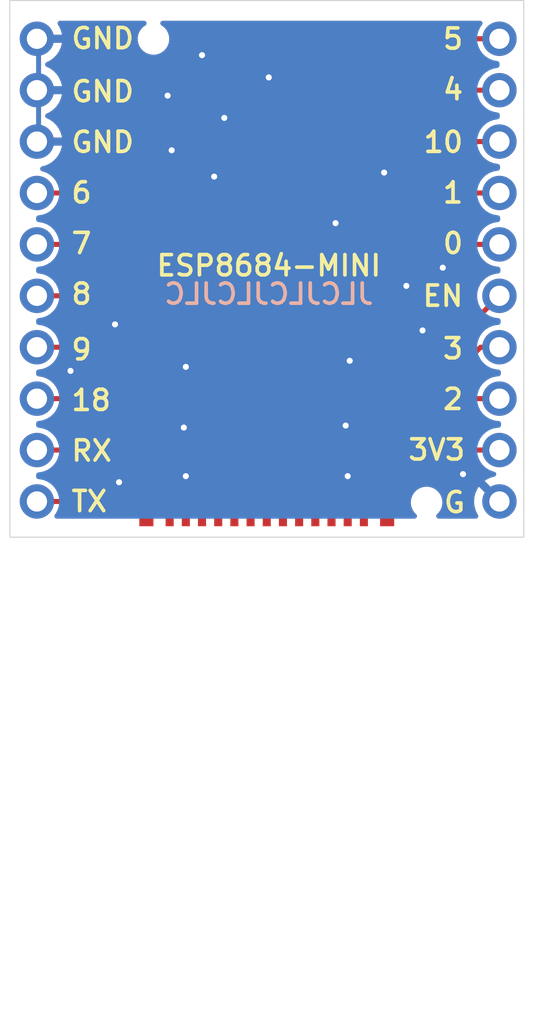
<source format=kicad_pcb>
(kicad_pcb (version 20240108) (generator "pcbnew") (generator_version "8.0")
  (layers (0 "F.Cu" signal) (31 "B.Cu" signal) (34 "B.Paste" user) (35 "F.Paste" user) (36 "B.SilkS" user "B.Silkscreen") (37 "F.SilkS" user "F.Silkscreen") (38 "B.Mask" user) (39 "F.Mask" user) (44 "Edge.Cuts" user))
  (net 0 "")
  (net 1 "GND")
  (net 17 "Net-(J1-Pin_8)")
  (net 18 "Net-(J1-Pin_3)")
  (net 19 "Net-(J1-Pin_4)")
  (net 20 "Net-(J1-Pin_5)")
  (net 21 "Net-(J1-Pin_10)")
  (net 22 "Net-(J1-Pin_2)")
  (net 23 "Net-(J1-Pin_6)")
  (net 24 "Net-(J1-Pin_9)")
  (net 25 "Net-(J1-Pin_7)")
  (net 26 "Net-(J2-Pin_5)")
  (net 27 "Net-(J2-Pin_7)")
  (net 28 "Net-(J2-Pin_1)")
  (net 29 "Net-(J2-Pin_3)")
  (net 30 "Net-(J2-Pin_2)")
  (net 31 "Net-(J2-Pin_6)")
  (net 32 "Net-(J2-Pin_4)")
  (footprint "Connector_PinHeader_2.54mm:PinHeader_1x10_P2.54mm_Vertical" (layer "F.Cu") (at 51.5 54.75 180)
    (property "Reference" "J1" (hide yes))
    (property "Value" "Conn_01x10" (hide yes))
    (pad "1" thru_hole circle (at 0 0 180) (size 1.7 1.7) (drill 1) (layers "*.Cu" "*.Mask") (net 1 "GND"))
    (pad "2" thru_hole oval (at 0 2.54 180) (size 1.7 1.7) (drill 1) (layers "*.Cu" "*.Mask") (net 22 "Net-(J1-Pin_2)"))
    (pad "3" thru_hole oval (at 0 5.079999 180) (size 1.7 1.7) (drill 1) (layers "*.Cu" "*.Mask") (net 18 "Net-(J1-Pin_3)"))
    (pad "4" thru_hole oval (at 0 7.62 180) (size 1.7 1.7) (drill 1) (layers "*.Cu" "*.Mask") (net 19 "Net-(J1-Pin_4)"))
    (pad "5" thru_hole oval (at 0 10.16 180) (size 1.7 1.7) (drill 1) (layers "*.Cu" "*.Mask") (net 20 "Net-(J1-Pin_5)"))
    (pad "6" thru_hole oval (at 0 12.7 180) (size 1.7 1.7) (drill 1) (layers "*.Cu" "*.Mask") (net 23 "Net-(J1-Pin_6)"))
    (pad "7" thru_hole oval (at 0 15.24 180) (size 1.7 1.7) (drill 1) (layers "*.Cu" "*.Mask") (net 25 "Net-(J1-Pin_7)"))
    (pad "8" thru_hole oval (at 0 17.780001 180) (size 1.7 1.7) (drill 1) (layers "*.Cu" "*.Mask") (net 17 "Net-(J1-Pin_8)"))
    (pad "9" thru_hole oval (at 0 20.32 180) (size 1.7 1.7) (drill 1) (layers "*.Cu" "*.Mask") (net 24 "Net-(J1-Pin_9)"))
    (pad "10" thru_hole oval (at 0 22.86 180) (size 1.7 1.7) (drill 1) (layers "*.Cu" "*.Mask") (net 21 "Net-(J1-Pin_10)"))
  )
  (footprint "" (layer "F.Cu") (at 34.4 31.9)
    (property "Reference" "" (at 0 0 0) (layer "F.SilkS") (effects (font (size 1.27 1.27))))
    (property "Value" "" (at 0 0 0) (layer "F.SilkS") (effects (font (size 1.27 1.27))))
    (pad "" np_thru_hole circle (at 0 0) (size 1.152 1.152) (drill 1.152) (layers "F&B.Cu" "*.Mask"))
  )
  (footprint "Connector_PinHeader_2.54mm:PinHeader_1x10_P2.54mm_Vertical" (layer "F.Cu") (at 28.64 54.75 180)
    (property "Reference" "J2" (hide yes))
    (property "Value" "Conn_01x10" (hide yes))
    (pad "1" thru_hole circle (at 0 0 180) (size 1.7 1.7) (drill 1) (layers "*.Cu" "*.Mask") (net 28 "Net-(J2-Pin_1)"))
    (pad "2" thru_hole oval (at 0 2.54 180) (size 1.7 1.7) (drill 1) (layers "*.Cu" "*.Mask") (net 30 "Net-(J2-Pin_2)"))
    (pad "3" thru_hole oval (at 0 5.079999 180) (size 1.7 1.7) (drill 1) (layers "*.Cu" "*.Mask") (net 29 "Net-(J2-Pin_3)"))
    (pad "4" thru_hole oval (at 0 7.62 180) (size 1.7 1.7) (drill 1) (layers "*.Cu" "*.Mask") (net 32 "Net-(J2-Pin_4)"))
    (pad "5" thru_hole oval (at 0 10.16 180) (size 1.7 1.7) (drill 1) (layers "*.Cu" "*.Mask") (net 26 "Net-(J2-Pin_5)"))
    (pad "6" thru_hole oval (at 0 12.7 180) (size 1.7 1.7) (drill 1) (layers "*.Cu" "*.Mask") (net 31 "Net-(J2-Pin_6)"))
    (pad "7" thru_hole oval (at 0 15.24 180) (size 1.7 1.7) (drill 1) (layers "*.Cu" "*.Mask") (net 27 "Net-(J2-Pin_7)"))
    (pad "8" thru_hole oval (at 0 17.780001 180) (size 1.7 1.7) (drill 1) (layers "*.Cu" "*.Mask") (net 1 "GND"))
    (pad "9" thru_hole oval (at 0 20.32 180) (size 1.7 1.7) (drill 1) (layers "*.Cu" "*.Mask") (net 1 "GND"))
    (pad "10" thru_hole oval (at 0 22.86 180) (size 1.7 1.7) (drill 1) (layers "*.Cu" "*.Mask") (net 1 "GND"))
  )
  (footprint "ILO_fp:Espressif_ESP32_mini" (layer "F.Cu") (at 40 50.675 180)
    (property "Reference" "U1" (hide yes))
    (property "Value" "~" (hide yes))
    (pad "0" smd rect (at -5.95 -4.95) (size 0.7 0.7) (layers "F.Cu" "F.Paste" "F.Mask") (net 1 "GND"))
    (pad "0" smd rect (at -5.95 4.95) (size 0.7 0.7) (layers "F.Cu" "F.Paste" "F.Mask") (net 1 "GND"))
    (pad "0" smd roundrect (at -1.975 -1.969999 180) (size 1.45 1.45) (layers "F.Cu" "F.Paste" "F.Mask") (roundrect_rratio 0) (chamfer_ratio 0.4137) (chamfer top_left) (net 1 "GND"))
    (pad "0" smd rect (at -1.975 0 180) (size 1.45 1.45) (layers "F.Cu" "F.Paste" "F.Mask") (net 1 "GND"))
    (pad "0" smd rect (at -1.975 1.969999 180) (size 1.45 1.45) (layers "F.Cu" "F.Paste" "F.Mask") (net 1 "GND"))
    (pad "0" smd rect (at 0 -1.975 270) (size 1.45 1.45) (layers "F.Cu" "F.Paste" "F.Mask") (net 1 "GND"))
    (pad "0" smd rect (at 0 0 90) (size 1.45 1.45) (layers "F.Cu" "F.Paste" "F.Mask") (net 1 "GND"))
    (pad "0" smd rect (at 0 1.975 270) (size 1.45 1.45) (layers "F.Cu" "F.Paste" "F.Mask") (net 1 "GND"))
    (pad "0" smd rect (at 1.975 -1.969999 180) (size 1.45 1.45) (layers "F.Cu" "F.Paste" "F.Mask") (net 1 "GND"))
    (pad "0" smd rect (at 1.975 0 180) (size 1.45 1.45) (layers "F.Cu" "F.Paste" "F.Mask") (net 1 "GND"))
    (pad "0" smd rect (at 1.975 1.969999 180) (size 1.45 1.45) (layers "F.Cu" "F.Paste" "F.Mask") (net 1 "GND"))
    (pad "0" smd rect (at 5.95 -4.95) (size 0.7 0.7) (layers "F.Cu" "F.Paste" "F.Mask") (net 1 "GND"))
    (pad "0" smd rect (at 5.95 4.95) (size 0.7 0.7) (layers "F.Cu" "F.Paste" "F.Mask") (net 1 "GND"))
    (pad "1" smd rect (at -5.9 -4 90) (size 0.4 0.8) (layers "F.Cu" "F.Paste" "F.Mask") (net 1 "GND"))
    (pad "2" smd rect (at -5.9 -3.2 90) (size 0.4 0.8) (layers "F.Cu" "F.Paste" "F.Mask") (net 1 "GND"))
    (pad "3" smd rect (at -5.9 -2.4 90) (size 0.4 0.8) (layers "F.Cu" "F.Paste" "F.Mask") (net 22 "Net-(J1-Pin_2)"))
    (pad "4" smd rect (at -5.9 -1.6 90) (size 0.4 0.8) (layers "F.Cu" "F.Paste" "F.Mask"))
    (pad "5" smd rect (at -5.9 -0.799999 90) (size 0.4 0.8) (layers "F.Cu" "F.Paste" "F.Mask") (net 18 "Net-(J1-Pin_3)"))
    (pad "6" smd rect (at -5.9 0 90) (size 0.4 0.8) (layers "F.Cu" "F.Paste" "F.Mask") (net 19 "Net-(J1-Pin_4)"))
    (pad "7" smd rect (at -5.9 0.799999 90) (size 0.4 0.8) (layers "F.Cu" "F.Paste" "F.Mask"))
    (pad "8" smd rect (at -5.9 1.6 90) (size 0.4 0.8) (layers "F.Cu" "F.Paste" "F.Mask") (net 20 "Net-(J1-Pin_5)"))
    (pad "9" smd rect (at -5.9 2.4 90) (size 0.4 0.8) (layers "F.Cu" "F.Paste" "F.Mask"))
    (pad "10" smd rect (at -5.9 3.2 90) (size 0.4 0.8) (layers "F.Cu" "F.Paste" "F.Mask"))
    (pad "11" smd rect (at -5.9 4 90) (size 0.4 0.8) (layers "F.Cu" "F.Paste" "F.Mask") (net 1 "GND"))
    (pad "12" smd rect (at -4.8 4.9) (size 0.4 0.8) (layers "F.Cu" "F.Paste" "F.Mask") (net 23 "Net-(J1-Pin_6)"))
    (pad "13" smd rect (at -4 4.9) (size 0.4 0.8) (layers "F.Cu" "F.Paste" "F.Mask") (net 25 "Net-(J1-Pin_7)"))
    (pad "14" smd rect (at -3.2 4.9) (size 0.4 0.8) (layers "F.Cu" "F.Paste" "F.Mask") (net 1 "GND"))
    (pad "15" smd rect (at -2.4 4.9) (size 0.4 0.8) (layers "F.Cu" "F.Paste" "F.Mask"))
    (pad "16" smd rect (at -1.6 4.9) (size 0.4 0.8) (layers "F.Cu" "F.Paste" "F.Mask") (net 17 "Net-(J1-Pin_8)"))
    (pad "17" smd rect (at -0.8 4.9) (size 0.4 0.8) (layers "F.Cu" "F.Paste" "F.Mask"))
    (pad "18" smd rect (at 0 4.9) (size 0.4 0.8) (layers "F.Cu" "F.Paste" "F.Mask") (net 24 "Net-(J1-Pin_9)"))
    (pad "19" smd rect (at 0.8 4.9) (size 0.4 0.8) (layers "F.Cu" "F.Paste" "F.Mask") (net 21 "Net-(J1-Pin_10)"))
    (pad "20" smd rect (at 1.6 4.9) (size 0.4 0.8) (layers "F.Cu" "F.Paste" "F.Mask") (net 27 "Net-(J2-Pin_7)"))
    (pad "21" smd rect (at 2.4 4.9) (size 0.4 0.8) (layers "F.Cu" "F.Paste" "F.Mask") (net 31 "Net-(J2-Pin_6)"))
    (pad "22" smd rect (at 3.2 4.9) (size 0.4 0.8) (layers "F.Cu" "F.Paste" "F.Mask") (net 26 "Net-(J2-Pin_5)"))
    (pad "23" smd rect (at 4 4.9) (size 0.4 0.8) (layers "F.Cu" "F.Paste" "F.Mask") (net 32 "Net-(J2-Pin_4)"))
    (pad "24" smd rect (at 4.8 4.9) (size 0.4 0.8) (layers "F.Cu" "F.Paste" "F.Mask"))
    (pad "25" smd rect (at 5.9 4 90) (size 0.4 0.8) (layers "F.Cu" "F.Paste" "F.Mask"))
    (pad "26" smd rect (at 5.9 3.2 90) (size 0.4 0.8) (layers "F.Cu" "F.Paste" "F.Mask") (net 29 "Net-(J2-Pin_3)"))
    (pad "27" smd rect (at 5.9 2.4 90) (size 0.4 0.8) (layers "F.Cu" "F.Paste" "F.Mask"))
    (pad "28" smd rect (at 5.9 1.6 90) (size 0.4 0.8) (layers "F.Cu" "F.Paste" "F.Mask"))
    (pad "29" smd rect (at 5.9 0.799999 90) (size 0.4 0.8) (layers "F.Cu" "F.Paste" "F.Mask"))
    (pad "30" smd rect (at 5.9 0 90) (size 0.4 0.8) (layers "F.Cu" "F.Paste" "F.Mask") (net 30 "Net-(J2-Pin_2)"))
    (pad "31" smd rect (at 5.9 -0.799999 90) (size 0.4 0.8) (layers "F.Cu" "F.Paste" "F.Mask") (net 28 "Net-(J2-Pin_1)"))
    (pad "32" smd rect (at 5.9 -1.6 90) (size 0.4 0.8) (layers "F.Cu" "F.Paste" "F.Mask"))
    (pad "33" smd rect (at 5.9 -2.4 90) (size 0.4 0.8) (layers "F.Cu" "F.Paste" "F.Mask"))
    (pad "34" smd rect (at 5.9 -3.2 90) (size 0.4 0.8) (layers "F.Cu" "F.Paste" "F.Mask"))
    (pad "35" smd rect (at 5.9 -4 90) (size 0.4 0.8) (layers "F.Cu" "F.Paste" "F.Mask"))
    (pad "36" smd rect (at 4.8 -4.9) (size 0.4 0.8) (layers "F.Cu" "F.Paste" "F.Mask") (net 1 "GND"))
    (pad "37" smd rect (at 4 -4.9) (size 0.4 0.8) (layers "F.Cu" "F.Paste" "F.Mask") (net 1 "GND"))
    (pad "38" smd rect (at 3.2 -4.9) (size 0.4 0.8) (layers "F.Cu" "F.Paste" "F.Mask") (net 1 "GND"))
    (pad "39" smd rect (at 2.4 -4.9) (size 0.4 0.8) (layers "F.Cu" "F.Paste" "F.Mask") (net 1 "GND"))
    (pad "40" smd rect (at 1.6 -4.9) (size 0.4 0.8) (layers "F.Cu" "F.Paste" "F.Mask") (net 1 "GND"))
    (pad "41" smd rect (at 0.8 -4.9) (size 0.4 0.8) (layers "F.Cu" "F.Paste" "F.Mask") (net 1 "GND"))
    (pad "42" smd rect (at 0 -4.9) (size 0.4 0.8) (layers "F.Cu" "F.Paste" "F.Mask") (net 1 "GND"))
    (pad "43" smd rect (at -0.8 -4.9) (size 0.4 0.8) (layers "F.Cu" "F.Paste" "F.Mask") (net 1 "GND"))
    (pad "44" smd rect (at -1.6 -4.9) (size 0.4 0.8) (layers "F.Cu" "F.Paste" "F.Mask") (net 1 "GND"))
    (pad "45" smd rect (at -2.4 -4.9) (size 0.4 0.8) (layers "F.Cu" "F.Paste" "F.Mask") (net 1 "GND"))
    (pad "46" smd rect (at -3.2 -4.9) (size 0.4 0.8) (layers "F.Cu" "F.Paste" "F.Mask") (net 1 "GND"))
    (pad "47" smd rect (at -4 -4.9) (size 0.4 0.8) (layers "F.Cu" "F.Paste" "F.Mask") (net 1 "GND"))
    (pad "48" smd rect (at -4.8 -4.9) (size 0.4 0.8) (layers "F.Cu" "F.Paste" "F.Mask") (net 1 "GND"))
  )
  (footprint "ILO_fp:JLCPCB_SMT_hole" (layer "F.Cu") (at 33.5 80)
    (property "Reference" "REF**" (hide yes))
    (property "Value" "SMT" (hide yes))
    (pad "" np_thru_hole circle (at 0 0) (size 1.152 1.152) (drill 1.152) (layers "F&B.Cu" "*.Mask"))
  )
  (footprint "" (layer "F.Cu") (at 47.9 54.8)
    (property "Reference" "" (at 0 0 0) (layer "F.SilkS") (effects (font (size 1.27 1.27))))
    (property "Value" "" (at 0 0 0) (layer "F.SilkS") (effects (font (size 1.27 1.27))))
    (pad "" np_thru_hole circle (at 0 0) (size 1.152 1.152) (drill 1.152) (layers "F&B.Cu" "*.Mask"))
  )
  (gr_line (start 52.705 56.515) (end 27.305 56.515) (stroke (width 0.05)) (layer "Edge.Cuts"))
  (gr_line (start 52.7 30) (end 27.3 30) (stroke (width 0.05)) (layer "Edge.Cuts"))
  (gr_line (start 27.305 56.515) (end 27.3 30) (stroke (width 0.05)) (layer "Edge.Cuts"))
  (gr_line (start 52.7 30) (end 52.705 56.515) (stroke (width 0.05)) (layer "Edge.Cuts"))
  (gr_text "JLCJLCJLCJLC" (at 40.1 44.5 0) (layer "B.SilkS") (effects (font (size 1 1) (thickness 0.18) (bold yes)) (justify mirror)))
  (gr_text "7" (at 30.25 42 0) (layer "F.SilkS") (effects (font (size 1 1) (thickness 0.18) (bold yes)) (justify left)))
  (gr_text "GND\n" (at 30.25 34.5 0) (layer "F.SilkS") (effects (font (size 1 1) (thickness 0.18) (bold yes)) (justify left)))
  (gr_text "6" (at 30.25 39.5 0) (layer "F.SilkS") (effects (font (size 1 1) (thickness 0.18) (bold yes)) (justify left)))
  (gr_text "ESP8684-MINI\n" (at 40.1 43.1 0) (layer "F.SilkS") (effects (font (size 1 1) (thickness 0.18) (bold yes))))
  (gr_text "GND\n" (at 30.25 31.877 0) (layer "F.SilkS") (effects (font (size 1 1) (thickness 0.18) (bold yes)) (justify left)))
  (gr_text "0" (at 49.8 42 0) (layer "F.SilkS") (effects (font (size 1 1) (thickness 0.18) (bold yes)) (justify right)))
  (gr_text "GND\n" (at 30.25 37 0) (layer "F.SilkS") (effects (font (size 1 1) (thickness 0.18) (bold yes)) (justify left)))
  (gr_text "8" (at 30.25 44.5 0) (layer "F.SilkS") (effects (font (size 1 1) (thickness 0.18) (bold yes)) (justify left)))
  (gr_text "9" (at 30.25 47.25 0) (layer "F.SilkS") (effects (font (size 1 1) (thickness 0.18) (bold yes)) (justify left)))
  (gr_text "10" (at 49.8 37 0) (layer "F.SilkS") (effects (font (size 1 1) (thickness 0.18) (bold yes)) (justify right)))
  (gr_text "18" (at 30.25 49.75 0) (layer "F.SilkS") (effects (font (size 1 1) (thickness 0.18) (bold yes)) (justify left)))
  (gr_text "G" (at 49.9 54.8 0) (layer "F.SilkS") (effects (font (size 1 1) (thickness 0.18) (bold yes)) (justify right)))
  (gr_text "5" (at 49.8 31.9 0) (layer "F.SilkS") (effects (font (size 1 1) (thickness 0.18) (bold yes)) (justify right)))
  (gr_text "2" (at 49.8 49.7 0) (layer "F.SilkS") (effects (font (size 1 1) (thickness 0.18) (bold yes)) (justify right)))
  (gr_text "TX" (at 30.25 54.75 0) (layer "F.SilkS") (effects (font (size 1 1) (thickness 0.18) (bold yes)) (justify left)))
  (gr_text "1" (at 49.8 39.5 0) (layer "F.SilkS") (effects (font (size 1 1) (thickness 0.18) (bold yes)) (justify right)))
  (gr_text "RX" (at 30.25 52.25 0) (layer "F.SilkS") (effects (font (size 1 1) (thickness 0.18) (bold yes)) (justify left)))
  (gr_text "EN" (at 49.8 44.6 0) (layer "F.SilkS") (effects (font (size 1 1) (thickness 0.18) (bold yes)) (justify right)))
  (gr_text "4" (at 49.8 34.4 0) (layer "F.SilkS") (effects (font (size 1 1) (thickness 0.18) (bold yes)) (justify right)))
  (gr_text "3V3" (at 49.9 52.2 0) (layer "F.SilkS") (effects (font (size 1 1) (thickness 0.18) (bold yes)) (justify right)))
  (gr_text "3" (at 49.8 47.2 0) (layer "F.SilkS") (effects (font (size 1 1) (thickness 0.18) (bold yes)) (justify right)))
  (via (at 48.7 43.2) (size 0.6) (drill 0.3) (layers "F.Cu" "B.Cu") (net 1))
  (via (at 40.1 33.8) (size 0.6) (drill 0.3) (layers "F.Cu" "B.Cu") (net 1))
  (via (at 32.5 46) (size 0.6) (drill 0.3) (layers "F.Cu" "B.Cu") (net 1))
  (via (at 35.3 37.4) (size 0.6) (drill 0.3) (layers "F.Cu" "B.Cu") (net 1))
  (via (at 45.8 38.5) (size 0.6) (drill 0.3) (layers "F.Cu" "B.Cu") (net 1))
  (via (at 44.1 47.8) (size 0.6) (drill 0.3) (layers "F.Cu" "B.Cu") (net 1))
  (via (at 35.1 34.7) (size 0.6) (drill 0.3) (layers "F.Cu" "B.Cu") (net 1))
  (via (at 44 53.5) (size 0.6) (drill 0.3) (layers "F.Cu" "B.Cu") (net 1))
  (via (at 46.9 44.1) (size 0.6) (drill 0.3) (layers "F.Cu" "B.Cu") (net 1))
  (via (at 37.4 38.7) (size 0.6) (drill 0.3) (layers "F.Cu" "B.Cu") (net 1))
  (via (at 43.4 41) (size 0.6) (drill 0.3) (layers "F.Cu" "B.Cu") (net 1))
  (via (at 36 48.1) (size 0.6) (drill 0.3) (layers "F.Cu" "B.Cu") (net 1))
  (via (at 43.9 51) (size 0.6) (drill 0.3) (layers "F.Cu" "B.Cu") (net 1))
  (via (at 30.3 48.3) (size 0.6) (drill 0.3) (layers "F.Cu" "B.Cu") (net 1))
  (via (at 36 53.5) (size 0.6) (drill 0.3) (layers "F.Cu" "B.Cu") (net 1))
  (via (at 36.8 32.7) (size 0.6) (drill 0.3) (layers "F.Cu" "B.Cu") (net 1))
  (via (at 49.7 53.4) (size 0.6) (drill 0.3) (layers "F.Cu" "B.Cu") (net 1))
  (via (at 37.9 35.8) (size 0.6) (drill 0.3) (layers "F.Cu" "B.Cu") (net 1))
  (via (at 47.7 46.3) (size 0.6) (drill 0.3) (layers "F.Cu" "B.Cu") (net 1))
  (via (at 32.7 53.8) (size 0.6) (drill 0.3) (layers "F.Cu" "B.Cu") (net 1))
  (via (at 35.9 51.1) (size 0.6) (drill 0.3) (layers "F.Cu" "B.Cu") (net 1))
  (segment (start 28.698 32) (end 28.575 31.877) (width 0.25) (layer "B.Cu") (net 1))
  (segment (start 41.6 40.6) (end 41.6 45.775) (width 0.25) (layer "F.Cu") (net 17))
  (segment (start 51.5 36.969999) (end 45.230001 36.969999) (width 0.25) (layer "F.Cu") (net 17))
  (segment (start 45.230001 36.969999) (end 41.6 40.6) (width 0.25) (layer "F.Cu") (net 17))
  (segment (start 45.9 51.474999) (end 48.025001 51.474999) (width 0.25) (layer "F.Cu") (net 18))
  (segment (start 48.025001 51.474999) (end 49.829999 49.670001) (width 0.25) (layer "F.Cu") (net 18))
  (segment (start 49.829999 49.670001) (end 51.5 49.670001) (width 0.25) (layer "F.Cu") (net 18))
  (segment (start 45.9 50.675) (end 47.023603 50.675) (width 0.25) (layer "F.Cu") (net 19))
  (segment (start 50.568603 47.13) (end 51.5 47.13) (width 0.25) (layer "F.Cu") (net 19))
  (segment (start 47.023603 50.675) (end 50.568603 47.13) (width 0.25) (layer "F.Cu") (net 19))
  (segment (start 51.5 44.59) (end 47.1 48.99) (width 0.25) (layer "F.Cu") (net 20))
  (segment (start 47.025 49.075) (end 45.9 49.075) (width 0.25) (layer "F.Cu") (net 20))
  (segment (start 47.1 48.99) (end 47.1 49) (width 0.25) (layer "F.Cu") (net 20))
  (segment (start 47.1 49) (end 47.025 49.075) (width 0.25) (layer "F.Cu") (net 20))
  (segment (start 39.2 38.2) (end 39.2 45.775) (width 0.25) (layer "F.Cu") (net 21))
  (segment (start 51.5 31.89) (end 45.51 31.89) (width 0.25) (layer "F.Cu") (net 21))
  (segment (start 45.51 31.89) (end 39.2 38.2) (width 0.25) (layer "F.Cu") (net 21))
  (segment (start 48.225 53.075) (end 49.09 52.21) (width 0.25) (layer "F.Cu") (net 22))
  (segment (start 45.9 53.075) (end 48.225 53.075) (width 0.25) (layer "F.Cu") (net 22))
  (segment (start 49.09 52.21) (end 51.5 52.21) (width 0.25) (layer "F.Cu") (net 22))
  (segment (start 51.5 42.05) (end 46.85 42.05) (width 0.25) (layer "F.Cu") (net 23))
  (segment (start 44.8 44.1) (end 44.8 45.775) (width 0.25) (layer "F.Cu") (net 23))
  (segment (start 46.85 42.05) (end 44.8 44.1) (width 0.25) (layer "F.Cu") (net 23))
  (segment (start 40 39.6) (end 40 45.775) (width 0.25) (layer "F.Cu") (net 24))
  (segment (start 51.5 34.43) (end 45.17 34.43) (width 0.25) (layer "F.Cu") (net 24))
  (segment (start 45.17 34.43) (end 40 39.6) (width 0.25) (layer "F.Cu") (net 24))
  (segment (start 44 42.5) (end 44 45.775) (width 0.25) (layer "F.Cu") (net 25))
  (segment (start 46.99 39.51) (end 44 42.5) (width 0.25) (layer "F.Cu") (net 25))
  (segment (start 51.5 39.51) (end 46.99 39.51) (width 0.25) (layer "F.Cu") (net 25))
  (segment (start 32 43.25) (end 35.75 43.25) (width 0.25) (layer "F.Cu") (net 26))
  (segment (start 35.75 43.25) (end 36.8 44.3) (width 0.25) (layer "F.Cu") (net 26))
  (segment (start 30.66 44.59) (end 32 43.25) (width 0.25) (layer "F.Cu") (net 26))
  (segment (start 28.64 44.59) (end 30.66 44.59) (width 0.25) (layer "F.Cu") (net 26))
  (segment (start 36.8 44.3) (end 36.8 45.775) (width 0.25) (layer "F.Cu") (net 26))
  (segment (start 28.64 39.51) (end 35.76 39.51) (width 0.25) (layer "F.Cu") (net 27))
  (segment (start 35.76 39.51) (end 38.4 42.15) (width 0.25) (layer "F.Cu") (net 27))
  (segment (start 38.4 42.15) (end 38.4 45.775) (width 0.25) (layer "F.Cu") (net 27))
  (segment (start 34.1 51.474999) (end 33.275001 51.474999) (width 0.25) (layer "F.Cu") (net 28))
  (segment (start 33.275001 51.474999) (end 30 54.75) (width 0.25) (layer "F.Cu") (net 28))
  (segment (start 30 54.75) (end 28.64 54.75) (width 0.25) (layer "F.Cu") (net 28))
  (segment (start 32.775 47.475) (end 34.1 47.475) (width 0.25) (layer "F.Cu") (net 29))
  (segment (start 30.579999 49.670001) (end 32.775 47.475) (width 0.25) (layer "F.Cu") (net 29))
  (segment (start 28.64 49.670001) (end 30.579999 49.670001) (width 0.25) (layer "F.Cu") (net 29))
  (segment (start 32.075 50.675) (end 34.1 50.675) (width 0.25) (layer "F.Cu") (net 30))
  (segment (start 28.64 52.21) (end 30.54 52.21) (width 0.25) (layer "F.Cu") (net 30))
  (segment (start 30.54 52.21) (end 32.075 50.675) (width 0.25) (layer "F.Cu") (net 30))
  (segment (start 37.6 43.35) (end 37.6 45.775) (width 0.25) (layer "F.Cu") (net 31))
  (segment (start 28.64 42.05) (end 36.3 42.05) (width 0.25) (layer "F.Cu") (net 31))
  (segment (start 36.3 42.05) (end 37.6 43.35) (width 0.25) (layer "F.Cu") (net 31))
  (segment (start 35.25 44.5) (end 36 45.25) (width 0.25) (layer "F.Cu") (net 32))
  (segment (start 30.12 47.13) (end 32.75 44.5) (width 0.25) (layer "F.Cu") (net 32))
  (segment (start 36 45.25) (end 36 45.775) (width 0.25) (layer "F.Cu") (net 32))
  (segment (start 28.64 47.13) (end 30.12 47.13) (width 0.25) (layer "F.Cu") (net 32))
  (segment (start 32.75 44.5) (end 35.25 44.5) (width 0.25) (layer "F.Cu") (net 32))
  (zone (net 1) (net_name "GND") (layers "F&B.Cu") (connect_pads yes (clearance 0.25)) (min_thickness 0.25) (fill yes (thermal_gap 0.4) (thermal_bridge_width 0.4) (smoothing chamfer) (radius 0.5))
    (polygon (pts (xy 28.6 31) (xy 51.5 31) (xy 51.6 55.6) (xy 28.6 55.6)))
  )
)
</source>
